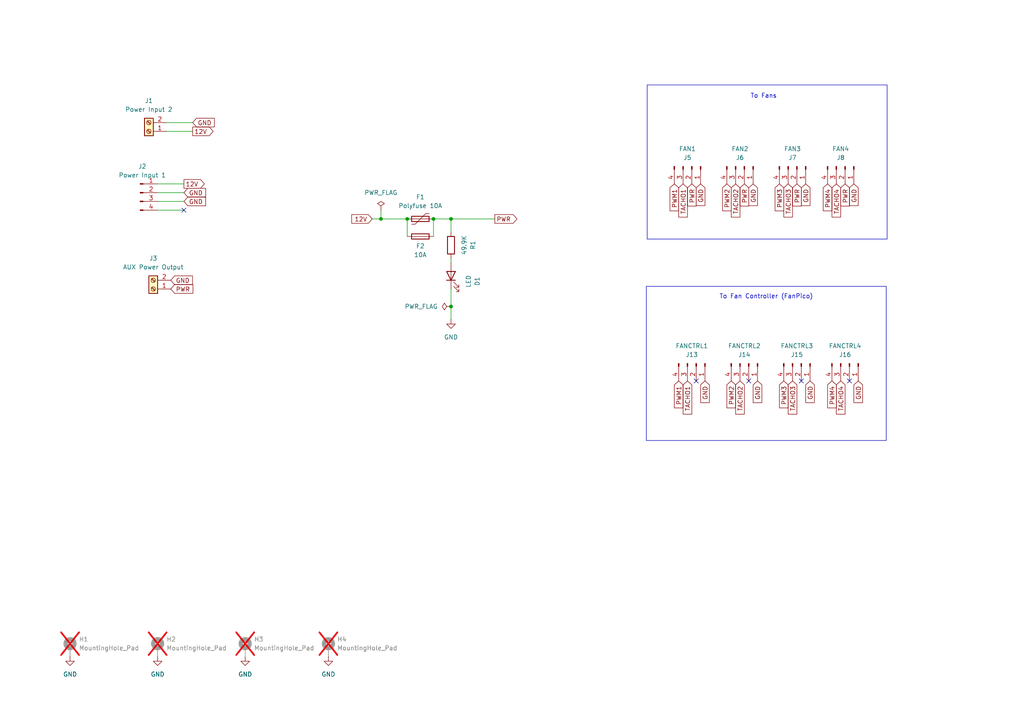
<source format=kicad_sch>
(kicad_sch (version 20231120) (generator "eeschema") (generator_version "8.0")
  (paper "A4")
  (title_block (title "FanPico PowerBoard") (date "2024-08-02") (rev "1.0") (company "Timo Kokkonen <tjko@iki.fi>"))
  (lib_symbols
    (symbol "Connector:Conn_01x04_Pin" (pin_names (offset 1.016) hide)
      (property "Reference" "J" (at 0 5.08 0))
      (property "Value" "Conn_01x04_Pin" (at 0 -7.62 0))
      (symbol "Conn_01x04_Pin_1_1"
        (polyline (pts (xy 1.27 -5.08) (xy 0.8636 -5.08)) (stroke (width 0.1524)))
        (polyline (pts (xy 1.27 -2.54) (xy 0.8636 -2.54)) (stroke (width 0.1524)))
        (polyline (pts (xy 1.27 0) (xy 0.8636 0)) (stroke (width 0.1524)))
        (polyline (pts (xy 1.27 2.54) (xy 0.8636 2.54)) (stroke (width 0.1524)))
        (rectangle (start 0.8636 -4.953) (end 0 -5.207) (stroke (width 0.1524)) (fill (type outline)))
        (rectangle (start 0.8636 -2.413) (end 0 -2.667) (stroke (width 0.1524)) (fill (type outline)))
        (rectangle (start 0.8636 0.127) (end 0 -0.127) (stroke (width 0.1524)) (fill (type outline)))
        (rectangle (start 0.8636 2.667) (end 0 2.413) (stroke (width 0.1524)) (fill (type outline)))
        (pin passive line (at 5.08 2.54 180) (length 3.81) (name "Pin_1") (number "1"))
        (pin passive line (at 5.08 0 180) (length 3.81) (name "Pin_2") (number "2"))
        (pin passive line (at 5.08 -2.54 180) (length 3.81) (name "Pin_3") (number "3"))
        (pin passive line (at 5.08 -5.08 180) (length 3.81) (name "Pin_4") (number "4"))
      )
    )
    (symbol "Connector:Screw_Terminal_01x02" (pin_names (offset 1.016) hide)
      (property "Reference" "J" (at 0 2.54 0))
      (property "Value" "Screw_Terminal_01x02" (at 0 -5.08 0))
      (symbol "Screw_Terminal_01x02_1_1"
        (rectangle (start -1.27 1.27) (end 1.27 -3.81) (stroke (width 0.254)) (fill (type background)))
        (circle (center 0 -2.54) (radius 0.635) (stroke (width 0.1524)))
        (polyline (pts (xy -0.5334 -2.2098) (xy 0.3302 -3.048)) (stroke (width 0.1524)))
        (polyline (pts (xy -0.5334 0.3302) (xy 0.3302 -0.508)) (stroke (width 0.1524)))
        (polyline (pts (xy -0.3556 -2.032) (xy 0.508 -2.8702)) (stroke (width 0.1524)))
        (polyline (pts (xy -0.3556 0.508) (xy 0.508 -0.3302)) (stroke (width 0.1524)))
        (circle (center 0 0) (radius 0.635) (stroke (width 0.1524)))
        (pin passive line (at -5.08 0 0) (length 3.81) (name "Pin_1") (number "1"))
        (pin passive line (at -5.08 -2.54 0) (length 3.81) (name "Pin_2") (number "2"))
      )
    )
    (symbol "Device:Fuse" (pin_numbers hide) (pin_names (offset 0))
      (property "Reference" "F" (at 2.032 0 90))
      (property "Value" "Fuse" (at -1.905 0 90))
      (symbol "Fuse_0_1"
        (rectangle (start -0.762 -2.54) (end 0.762 2.54) (stroke (width 0.254)))
        (polyline (pts (xy 0 2.54) (xy 0 -2.54)))
      )
      (symbol "Fuse_1_1"
        (pin passive line (at 0 3.81 270) (length 1.27) (name "~") (number "1"))
        (pin passive line (at 0 -3.81 90) (length 1.27) (name "~") (number "2"))
      )
    )
    (symbol "Device:LED" (pin_numbers hide) (pin_names (offset 1.016) hide)
      (property "Reference" "D" (at 0 2.54 0))
      (property "Value" "LED" (at 0 -2.54 0))
      (symbol "LED_0_1"
        (polyline (pts (xy -1.27 -1.27) (xy -1.27 1.27)) (stroke (width 0.254)))
        (polyline (pts (xy -1.27 0) (xy 1.27 0)))
        (polyline (pts (xy 1.27 -1.27) (xy 1.27 1.27) (xy -1.27 0) (xy 1.27 -1.27)) (stroke (width 0.254)))
        (polyline (pts (xy -3.048 -0.762) (xy -4.572 -2.286) (xy -3.81 -2.286) (xy -4.572 -2.286) (xy -4.572 -1.524)))
        (polyline (pts (xy -1.778 -0.762) (xy -3.302 -2.286) (xy -2.54 -2.286) (xy -3.302 -2.286) (xy -3.302 -1.524)))
      )
      (symbol "LED_1_1"
        (pin passive line (at -3.81 0 0) (length 2.54) (name "K") (number "1"))
        (pin passive line (at 3.81 0 180) (length 2.54) (name "A") (number "2"))
      )
    )
    (symbol "Device:Polyfuse" (pin_numbers hide) (pin_names (offset 0))
      (property "Reference" "F" (at -2.54 0 90))
      (property "Value" "Polyfuse" (at 2.54 0 90))
      (symbol "Polyfuse_0_1"
        (rectangle (start -0.762 2.54) (end 0.762 -2.54) (stroke (width 0.254)))
        (polyline (pts (xy 0 2.54) (xy 0 -2.54)))
        (polyline (pts (xy -1.524 2.54) (xy -1.524 1.524) (xy 1.524 -1.524) (xy 1.524 -2.54)))
      )
      (symbol "Polyfuse_1_1"
        (pin passive line (at 0 3.81 270) (length 1.27) (name "~") (number "1"))
        (pin passive line (at 0 -3.81 90) (length 1.27) (name "~") (number "2"))
      )
    )
    (symbol "Device:R" (pin_numbers hide) (pin_names (offset 0))
      (property "Reference" "R" (at 2.032 0 90))
      (property "Value" "R" (at 0 0 90))
      (symbol "R_0_1"
        (rectangle (start -1.016 -2.54) (end 1.016 2.54) (stroke (width 0.254)))
      )
      (symbol "R_1_1"
        (pin passive line (at 0 3.81 270) (length 1.27) (name "~") (number "1"))
        (pin passive line (at 0 -3.81 90) (length 1.27) (name "~") (number "2"))
      )
    )
    (symbol "Mechanical:MountingHole_Pad" (pin_numbers hide) (pin_names (offset 1.016) hide) (exclude_from_sim yes) (in_bom no)
      (property "Reference" "H" (at 0 6.35 0))
      (property "Value" "MountingHole_Pad" (at 0 4.445 0))
      (symbol "MountingHole_Pad_0_1"
        (circle (center 0 1.27) (radius 1.27) (stroke (width 1.27)))
      )
      (symbol "MountingHole_Pad_1_1"
        (pin input line (at 0 -2.54 90) (length 2.54) (name "1") (number "1"))
      )
    )
    (symbol "power:GND" (power) (pin_numbers hide) (pin_names (offset 0) hide)
      (property "Value" "GND" (at 0 -3.81 0))
      (symbol "GND_0_1"
        (polyline (pts (xy 0 0) (xy 0 -1.27) (xy 1.27 -1.27) (xy 0 -2.54) (xy -1.27 -1.27) (xy 0 -1.27)))
      )
      (symbol "GND_1_1"
        (pin power_in line (at 0 0 270) (length 0) (name "~") (number "1"))
      )
    )
    (symbol "power:PWR_FLAG" (power) (pin_numbers hide) (pin_names (offset 0) hide)
      (property "Value" "PWR_FLAG" (at 0 3.81 0))
      (symbol "PWR_FLAG_0_0"
        (pin power_out line (at 0 0 90) (length 0) (name "~") (number "1"))
      )
      (symbol "PWR_FLAG_0_1"
        (polyline (pts (xy 0 0) (xy 0 1.27) (xy -1.016 1.905) (xy 0 2.54) (xy 1.016 1.905) (xy 0 1.27)))
      )
    )
  )
  (junction (at 110.49 63.5))
  (junction (at 125.73 63.5))
  (junction (at 118.11 63.5))
  (junction (at 130.81 88.9))
  (junction (at 130.81 63.5))
  (no_connect (at 201.93 110.49))
  (no_connect (at 217.17 110.49))
  (no_connect (at 232.41 110.49))
  (no_connect (at 53.34 60.96))
  (no_connect (at 246.38 110.49))
  (wire (pts (xy 130.81 88.9) (xy 130.81 92.71)))
  (wire (pts (xy 45.72 60.96) (xy 53.34 60.96)))
  (wire (pts (xy 130.81 63.5) (xy 130.81 67.31)))
  (wire (pts (xy 125.73 63.5) (xy 130.81 63.5)))
  (wire (pts (xy 48.26 35.56) (xy 55.88 35.56)))
  (wire (pts (xy 130.81 83.82) (xy 130.81 88.9)))
  (wire (pts (xy 118.11 63.5) (xy 118.11 68.58)))
  (wire (pts (xy 130.81 63.5) (xy 143.51 63.5)))
  (wire (pts (xy 130.81 74.93) (xy 130.81 76.2)))
  (wire (pts (xy 45.72 58.42) (xy 53.34 58.42)))
  (wire (pts (xy 48.26 38.1) (xy 55.88 38.1)))
  (wire (pts (xy 125.73 63.5) (xy 125.73 68.58)))
  (wire (pts (xy 45.72 53.34) (xy 53.34 53.34)))
  (wire (pts (xy 110.49 60.96) (xy 110.49 63.5)))
  (wire (pts (xy 45.72 55.88) (xy 53.34 55.88)))
  (wire (pts (xy 110.49 63.5) (xy 118.11 63.5)))
  (wire (pts (xy 107.95 63.5) (xy 110.49 63.5)))
  (rectangle (start 187.452 83.058) (end 257.048 127.762))
  (rectangle (start 187.706 24.638) (end 257.302 69.342))
  (text "To Fans" (at 221.488 27.94 0) (effects (font (size 1.27 1.27))))
  (text "To Fan Controller (FanPico)" (at 222.25 86.106 0) (effects (font (size 1.27 1.27))))
  (global_label "PWM2" (shape input) (at 210.82 53.34 270) (property "Intersheetrefs" "${INTERSHEET_REFS}" (effects (hide yes))))
  (global_label "PWM1" (shape input) (at 195.58 53.34 270) (property "Intersheetrefs" "${INTERSHEET_REFS}" (effects (hide yes))))
  (global_label "PWR" (shape output) (at 143.51 63.5 0) (property "Intersheetrefs" "${INTERSHEET_REFS}" (effects (hide yes))))
  (global_label "PWM4" (shape input) (at 240.03 53.34 270) (property "Intersheetrefs" "${INTERSHEET_REFS}" (effects (hide yes))))
  (global_label "TACHO4" (shape input) (at 243.84 110.49 270) (property "Intersheetrefs" "${INTERSHEET_REFS}" (effects (hide yes))))
  (global_label "TACHO3" (shape input) (at 228.6 53.34 270) (property "Intersheetrefs" "${INTERSHEET_REFS}" (effects (hide yes))))
  (global_label "GND" (shape input) (at 218.44 53.34 270) (property "Intersheetrefs" "${INTERSHEET_REFS}" (effects (hide yes))))
  (global_label "PWR" (shape input) (at 231.14 53.34 270) (property "Intersheetrefs" "${INTERSHEET_REFS}" (effects (hide yes))))
  (global_label "GND" (shape input) (at 53.34 58.42 0) (property "Intersheetrefs" "${INTERSHEET_REFS}" (effects (hide yes))))
  (global_label "TACHO2" (shape input) (at 214.63 110.49 270) (property "Intersheetrefs" "${INTERSHEET_REFS}" (effects (hide yes))))
  (global_label "PWM4" (shape input) (at 241.3 110.49 270) (property "Intersheetrefs" "${INTERSHEET_REFS}" (effects (hide yes))))
  (global_label "PWR" (shape input) (at 215.9 53.34 270) (property "Intersheetrefs" "${INTERSHEET_REFS}" (effects (hide yes))))
  (global_label "PWM1" (shape input) (at 196.85 110.49 270) (property "Intersheetrefs" "${INTERSHEET_REFS}" (effects (hide yes))))
  (global_label "TACHO1" (shape input) (at 198.12 53.34 270) (property "Intersheetrefs" "${INTERSHEET_REFS}" (effects (hide yes))))
  (global_label "TACHO2" (shape input) (at 213.36 53.34 270) (property "Intersheetrefs" "${INTERSHEET_REFS}" (effects (hide yes))))
  (global_label "12V" (shape output) (at 53.34 53.34 0) (property "Intersheetrefs" "${INTERSHEET_REFS}" (effects (hide yes))))
  (global_label "GND" (shape input) (at 247.65 53.34 270) (property "Intersheetrefs" "${INTERSHEET_REFS}" (effects (hide yes))))
  (global_label "12V" (shape output) (at 55.88 38.1 0) (property "Intersheetrefs" "${INTERSHEET_REFS}" (effects (hide yes))))
  (global_label "GND" (shape input) (at 248.92 110.49 270) (property "Intersheetrefs" "${INTERSHEET_REFS}" (effects (hide yes))))
  (global_label "TACHO1" (shape input) (at 199.39 110.49 270) (property "Intersheetrefs" "${INTERSHEET_REFS}" (effects (hide yes))))
  (global_label "PWM3" (shape input) (at 226.06 53.34 270) (property "Intersheetrefs" "${INTERSHEET_REFS}" (effects (hide yes))))
  (global_label "GND" (shape input) (at 53.34 55.88 0) (property "Intersheetrefs" "${INTERSHEET_REFS}" (effects (hide yes))))
  (global_label "PWR" (shape input) (at 49.53 83.82 0) (property "Intersheetrefs" "${INTERSHEET_REFS}" (effects (hide yes))))
  (global_label "GND" (shape input) (at 219.71 110.49 270) (property "Intersheetrefs" "${INTERSHEET_REFS}" (effects (hide yes))))
  (global_label "GND" (shape input) (at 49.53 81.28 0) (property "Intersheetrefs" "${INTERSHEET_REFS}" (effects (hide yes))))
  (global_label "GND" (shape input) (at 55.88 35.56 0) (property "Intersheetrefs" "${INTERSHEET_REFS}" (effects (hide yes))))
  (global_label "TACHO3" (shape input) (at 229.87 110.49 270) (property "Intersheetrefs" "${INTERSHEET_REFS}" (effects (hide yes))))
  (global_label "PWM2" (shape input) (at 212.09 110.49 270) (property "Intersheetrefs" "${INTERSHEET_REFS}" (effects (hide yes))))
  (global_label "PWR" (shape input) (at 245.11 53.34 270) (property "Intersheetrefs" "${INTERSHEET_REFS}" (effects (hide yes))))
  (global_label "GND" (shape input) (at 234.95 110.49 270) (property "Intersheetrefs" "${INTERSHEET_REFS}" (effects (hide yes))))
  (global_label "PWR" (shape input) (at 200.66 53.34 270) (property "Intersheetrefs" "${INTERSHEET_REFS}" (effects (hide yes))))
  (global_label "GND" (shape input) (at 233.68 53.34 270) (property "Intersheetrefs" "${INTERSHEET_REFS}" (effects (hide yes))))
  (global_label "12V" (shape input) (at 107.95 63.5 180) (property "Intersheetrefs" "${INTERSHEET_REFS}" (effects (hide yes))))
  (global_label "PWM3" (shape input) (at 227.33 110.49 270) (property "Intersheetrefs" "${INTERSHEET_REFS}" (effects (hide yes))))
  (global_label "GND" (shape input) (at 203.2 53.34 270) (property "Intersheetrefs" "${INTERSHEET_REFS}" (effects (hide yes))))
  (global_label "GND" (shape input) (at 204.47 110.49 270) (property "Intersheetrefs" "${INTERSHEET_REFS}" (effects (hide yes))))
  (global_label "TACHO4" (shape input) (at 242.57 53.34 270) (property "Intersheetrefs" "${INTERSHEET_REFS}" (effects (hide yes))))
  (symbol (lib_id "Mechanical:MountingHole_Pad") (at 95.25 187.96 0) (unit 1) (exclude_from_sim yes) (in_bom no) (dnp yes)
    (property "Reference" "H4" (at 97.79 185.4199 0) (effects (justify left)))
    (property "Value" "MountingHole_Pad" (at 97.79 187.9599 0) (effects (justify left)))
    (property "Footprint" "MountingHole:MountingHole_3.2mm_M3_Pad_Via" (effects (hide yes)))
    (property "Description" "Mounting Hole with connection" (effects (hide yes)))
  )
  (symbol (lib_id "Mechanical:MountingHole_Pad") (at 71.12 187.96 0) (unit 1) (exclude_from_sim yes) (in_bom no) (dnp yes)
    (property "Reference" "H3" (at 73.66 185.4199 0) (effects (justify left)))
    (property "Value" "MountingHole_Pad" (at 73.66 187.9599 0) (effects (justify left)))
    (property "Footprint" "MountingHole:MountingHole_3.2mm_M3_Pad_Via" (effects (hide yes)))
    (property "Description" "Mounting Hole with connection" (effects (hide yes)))
  )
  (symbol (lib_id "power:GND") (at 130.81 92.71 0) (unit 1)
    (property "Reference" "#PWR02" (effects (hide yes)))
    (property "Value" "GND" (at 130.81 97.79 0))
    (property "Description" "Power symbol creates a global label with name \"GND\" , ground" (effects (hide yes)))
  )
  (symbol (lib_id "power:GND") (at 45.72 190.5 0) (unit 1)
    (property "Reference" "#PWR07" (effects (hide yes)))
    (property "Value" "GND" (at 45.72 195.58 0))
    (property "Description" "Power symbol creates a global label with name \"GND\" , ground" (effects (hide yes)))
  )
  (symbol (lib_id "Connector:Conn_01x04_Pin") (at 231.14 48.26 270) (unit 1)
    (property "Reference" "J7" (at 229.87 45.72 90))
    (property "Value" "FAN3" (at 229.87 43.18 90))
    (property "Footprint" "Connector:FanPinHeader_1x04_P2.54mm_Vertical" (effects (hide yes)))
    (property "Description" "Generic connector, single row, 01x04, script generated" (effects (hide yes)))
    (property "LCSC Part Number" "C240840" (effects (hide yes)))
    (property "Mouser Part Number" "538-47053-1000" (effects (hide yes)))
  )
  (symbol (lib_id "Connector:Conn_01x04_Pin") (at 215.9 48.26 270) (unit 1)
    (property "Reference" "J6" (at 214.63 45.72 90))
    (property "Value" "FAN2" (at 214.63 43.18 90))
    (property "Footprint" "Connector:FanPinHeader_1x04_P2.54mm_Vertical" (effects (hide yes)))
    (property "Description" "Generic connector, single row, 01x04, script generated" (effects (hide yes)))
    (property "LCSC Part Number" "C240840" (effects (hide yes)))
    (property "Mouser Part Number" "538-47053-1000" (effects (hide yes)))
  )
  (symbol (lib_id "power:PWR_FLAG") (at 110.49 60.96 0) (unit 1)
    (property "Reference" "#FLG01" (effects (hide yes)))
    (property "Value" "PWR_FLAG" (at 110.49 55.88 0))
    (property "Description" "Special symbol for telling ERC where power comes from" (effects (hide yes)))
  )
  (symbol (lib_id "Connector:Conn_01x04_Pin") (at 201.93 105.41 270) (unit 1)
    (property "Reference" "J13" (at 200.66 102.87 90))
    (property "Value" "FANCTRL1" (at 200.66 100.33 90))
    (property "Footprint" "Connector:FanPinHeader_1x04_P2.54mm_Vertical" (effects (hide yes)))
    (property "Description" "Generic connector, single row, 01x04, script generated" (effects (hide yes)))
    (property "LCSC Part Number" "C240840" (effects (hide yes)))
    (property "Mouser Part Number" "538-47053-1000" (effects (hide yes)))
  )
  (symbol (lib_id "Connector:Screw_Terminal_01x02") (at 43.18 38.1 180) (unit 1)
    (property "Reference" "J1" (at 43.18 29.21 0))
    (property "Value" "Power Input 2" (at 43.18 31.75 0))
    (property "Footprint" "TerminalBlock_Phoenix:TerminalBlock_Phoenix_MKDS-1,5-2_1x02_P5.00mm_Horizontal" (effects (hide yes)))
    (property "Description" "Generic screw terminal, single row, 01x02, script generated (kicad-library-utils/schlib/autogen/connector/)" (effects (hide yes)))
    (property "LCSC Part Number" "C1509679" (effects (hide yes)))
  )
  (symbol (lib_id "Device:Polyfuse") (at 121.92 63.5 90) (unit 1)
    (property "Reference" "F1" (at 121.92 57.15 90))
    (property "Value" "Polyfuse 10A" (at 121.92 59.69 90))
    (property "Footprint" "Fuse:Fuse_2920_7451Metric_Pad2.10x5.45mm_HandSolder" (effects (hide yes)))
    (property "Description" "Resettable fuse, polymeric positive temperature coefficient" (effects (hide yes)))
    (property "LCSC Part Number" "C22446882" (effects (hide yes)))
  )
  (symbol (lib_id "Connector:Conn_01x04_Pin") (at 40.64 55.88 0) (unit 1)
    (property "Reference" "J2" (at 41.275 48.26 0))
    (property "Value" "Power Input 1" (at 41.275 50.8 0))
    (property "Footprint" "FanPico:TE_MATE-N-LOK_350211-1_1x04_P5.08mm_Vertical_and_RightAngle" (effects (hide yes)))
    (property "Description" "Generic connector, single row, 01x04, script generated" (effects (hide yes)))
    (property "LCSC Part Number" "C305826 or C7461144" (effects (hide yes)))
    (property "Mouser Part Number" "571-3502111 / 571-1748041" (effects (hide yes)))
  )
  (symbol (lib_id "Device:LED") (at 130.81 80.01 90) (unit 1)
    (property "Reference" "D1" (at 138.43 81.5975 0))
    (property "Value" "LED" (at 135.89 81.5975 0))
    (property "Footprint" "Diode_SMD:D_0805_2012Metric_Pad1.15x1.40mm_HandSolder" (effects (hide yes)))
    (property "Description" "Light emitting diode" (effects (hide yes)))
    (property "LCSC Part Number" "C434432" (effects (hide yes)))
    (property "Mouser Part Number" "710-150080GS75000" (effects (hide yes)))
  )
  (symbol (lib_id "power:PWR_FLAG") (at 130.81 88.9 90) (unit 1)
    (property "Reference" "#FLG02" (effects (hide yes)))
    (property "Value" "PWR_FLAG" (at 127 88.8999 90) (effects (justify left)))
    (property "Description" "Special symbol for telling ERC where power comes from" (effects (hide yes)))
  )
  (symbol (lib_id "Device:R") (at 130.81 71.12 0) (unit 1)
    (property "Reference" "R1" (at 137.16 71.12 90))
    (property "Value" "49.9K" (at 134.62 71.12 90))
    (property "Footprint" "Resistor_SMD:R_0603_1608Metric_Pad0.98x0.95mm_HandSolder" (effects (hide yes)))
    (property "Description" "Resistor" (effects (hide yes)))
    (property "LCSC Part Number" "C114624" (effects (hide yes)))
  )
  (symbol (lib_id "Mechanical:MountingHole_Pad") (at 20.32 187.96 0) (unit 1) (exclude_from_sim yes) (in_bom no) (dnp yes)
    (property "Reference" "H1" (at 22.86 185.4199 0) (effects (justify left)))
    (property "Value" "MountingHole_Pad" (at 22.86 187.9599 0) (effects (justify left)))
    (property "Footprint" "MountingHole:MountingHole_3.2mm_M3_Pad_Via" (effects (hide yes)))
    (property "Description" "Mounting Hole with connection" (effects (hide yes)))
  )
  (symbol (lib_id "power:GND") (at 20.32 190.5 0) (unit 1)
    (property "Reference" "#PWR06" (effects (hide yes)))
    (property "Value" "GND" (at 20.32 195.58 0))
    (property "Description" "Power symbol creates a global label with name \"GND\" , ground" (effects (hide yes)))
  )
  (symbol (lib_id "power:GND") (at 71.12 190.5 0) (unit 1)
    (property "Reference" "#PWR08" (effects (hide yes)))
    (property "Value" "GND" (at 71.12 195.58 0))
    (property "Description" "Power symbol creates a global label with name \"GND\" , ground" (effects (hide yes)))
  )
  (symbol (lib_id "Mechanical:MountingHole_Pad") (at 45.72 187.96 0) (unit 1) (exclude_from_sim yes) (in_bom no) (dnp yes)
    (property "Reference" "H2" (at 48.26 185.4199 0) (effects (justify left)))
    (property "Value" "MountingHole_Pad" (at 48.26 187.9599 0) (effects (justify left)))
    (property "Footprint" "MountingHole:MountingHole_3.2mm_M3_Pad_Via" (effects (hide yes)))
    (property "Description" "Mounting Hole with connection" (effects (hide yes)))
  )
  (symbol (lib_id "Connector:Screw_Terminal_01x02") (at 44.45 83.82 180) (unit 1)
    (property "Reference" "J3" (at 44.45 74.93 0))
    (property "Value" "AUX Power Output" (at 44.45 77.47 0))
    (property "Footprint" "TerminalBlock_Phoenix:TerminalBlock_Phoenix_MKDS-1,5-2_1x02_P5.00mm_Horizontal" (effects (hide yes)))
    (property "Description" "Generic screw terminal, single row, 01x02, script generated (kicad-library-utils/schlib/autogen/connector/)" (effects (hide yes)))
    (property "LCSC Part Number" "C1509679" (effects (hide yes)))
  )
  (symbol (lib_id "Connector:Conn_01x04_Pin") (at 245.11 48.26 270) (unit 1)
    (property "Reference" "J8" (at 243.84 45.72 90))
    (property "Value" "FAN4" (at 243.84 43.18 90))
    (property "Footprint" "Connector:FanPinHeader_1x04_P2.54mm_Vertical" (effects (hide yes)))
    (property "Description" "Generic connector, single row, 01x04, script generated" (effects (hide yes)))
    (property "LCSC Part Number" "C240840" (effects (hide yes)))
    (property "Mouser Part Number" "538-47053-1000" (effects (hide yes)))
  )
  (symbol (lib_id "Connector:Conn_01x04_Pin") (at 232.41 105.41 270) (unit 1)
    (property "Reference" "J15" (at 231.14 102.87 90))
    (property "Value" "FANCTRL3" (at 231.14 100.33 90))
    (property "Footprint" "Connector:FanPinHeader_1x04_P2.54mm_Vertical" (effects (hide yes)))
    (property "Description" "Generic connector, single row, 01x04, script generated" (effects (hide yes)))
    (property "LCSC Part Number" "C240840" (effects (hide yes)))
    (property "Mouser Part Number" "538-47053-1000" (effects (hide yes)))
  )
  (symbol (lib_id "power:GND") (at 95.25 190.5 0) (unit 1)
    (property "Reference" "#PWR09" (effects (hide yes)))
    (property "Value" "GND" (at 95.25 195.58 0))
    (property "Description" "Power symbol creates a global label with name \"GND\" , ground" (effects (hide yes)))
  )
  (symbol (lib_id "Connector:Conn_01x04_Pin") (at 217.17 105.41 270) (unit 1)
    (property "Reference" "J14" (at 215.9 102.87 90))
    (property "Value" "FANCTRL2" (at 215.9 100.33 90))
    (property "Footprint" "Connector:FanPinHeader_1x04_P2.54mm_Vertical" (effects (hide yes)))
    (property "Description" "Generic connector, single row, 01x04, script generated" (effects (hide yes)))
    (property "LCSC Part Number" "C240840" (effects (hide yes)))
    (property "Mouser Part Number" "538-47053-1000" (effects (hide yes)))
  )
  (symbol (lib_id "Connector:Conn_01x04_Pin") (at 246.38 105.41 270) (unit 1)
    (property "Reference" "J16" (at 245.11 102.87 90))
    (property "Value" "FANCTRL4" (at 245.11 100.33 90))
    (property "Footprint" "Connector:FanPinHeader_1x04_P2.54mm_Vertical" (effects (hide yes)))
    (property "Description" "Generic connector, single row, 01x04, script generated" (effects (hide yes)))
    (property "LCSC Part Number" "C240840" (effects (hide yes)))
    (property "Mouser Part Number" "538-47053-1000" (effects (hide yes)))
  )
  (symbol (lib_id "Device:Fuse") (at 121.92 68.58 90) (unit 1)
    (property "Reference" "F2" (at 121.92 71.374 90))
    (property "Value" "10A" (at 121.92 73.914 90))
    (property "Footprint" "FanPico:Fuseholder_Clip-5x20mm_Littelfuse_445-030_Inline_P20.50x5.20mm_D1.30mm_Horizontal" (effects (hide yes)))
    (property "Description" "Fuse" (effects (hide yes)))
    (property "LCSC Part Number" "C717027" (effects (hide yes)))
  )
  (symbol (lib_id "Connector:Conn_01x04_Pin") (at 200.66 48.26 270) (unit 1)
    (property "Reference" "J5" (at 199.39 45.72 90))
    (property "Value" "FAN1" (at 199.39 43.18 90))
    (property "Footprint" "Connector:FanPinHeader_1x04_P2.54mm_Vertical" (effects (hide yes)))
    (property "Description" "Generic connector, single row, 01x04, script generated" (effects (hide yes)))
    (property "LCSC Part Number" "C240840" (effects (hide yes)))
    (property "Mouser Part Number" "538-47053-1000" (effects (hide yes)))
  )
)
</source>
